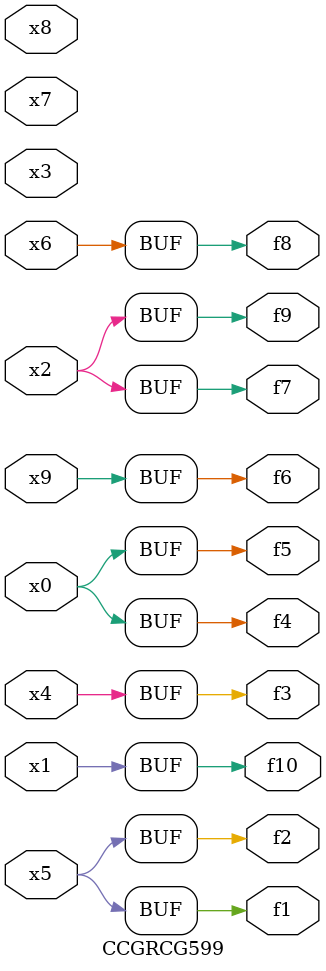
<source format=v>
module CCGRCG599(
	input x0, x1, x2, x3, x4, x5, x6, x7, x8, x9,
	output f1, f2, f3, f4, f5, f6, f7, f8, f9, f10
);
	assign f1 = x5;
	assign f2 = x5;
	assign f3 = x4;
	assign f4 = x0;
	assign f5 = x0;
	assign f6 = x9;
	assign f7 = x2;
	assign f8 = x6;
	assign f9 = x2;
	assign f10 = x1;
endmodule

</source>
